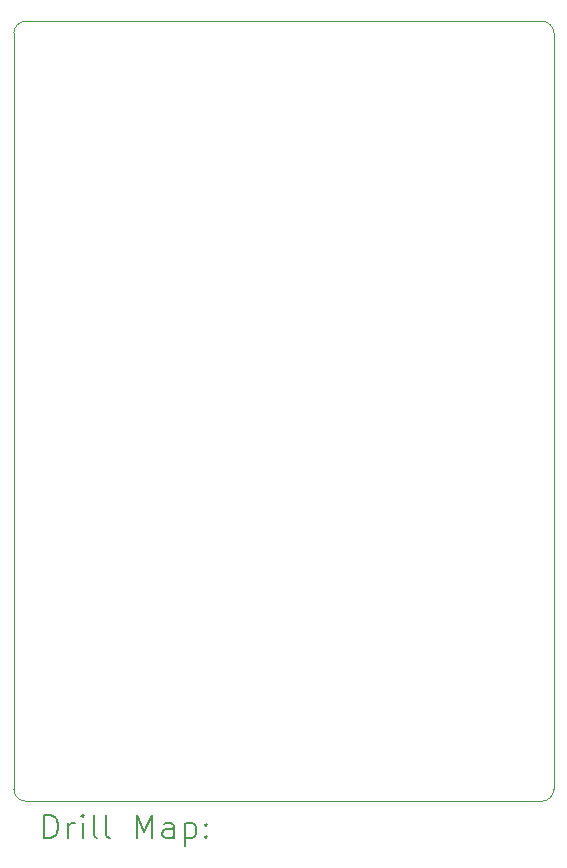
<source format=gbr>
%TF.GenerationSoftware,KiCad,Pcbnew,8.0.1*%
%TF.CreationDate,2024-04-14T04:03:28+09:00*%
%TF.ProjectId,BM83_Breakout,424d3833-5f42-4726-9561-6b6f75742e6b,rev?*%
%TF.SameCoordinates,Original*%
%TF.FileFunction,Drillmap*%
%TF.FilePolarity,Positive*%
%FSLAX45Y45*%
G04 Gerber Fmt 4.5, Leading zero omitted, Abs format (unit mm)*
G04 Created by KiCad (PCBNEW 8.0.1) date 2024-04-14 04:03:28*
%MOMM*%
%LPD*%
G01*
G04 APERTURE LIST*
%ADD10C,0.050000*%
%ADD11C,0.200000*%
G04 APERTURE END LIST*
D10*
X6858000Y-12598400D02*
X6858000Y-6197600D01*
X11328400Y-6096000D02*
G75*
G02*
X11430000Y-6197600I0J-101600D01*
G01*
X6959600Y-6096000D02*
X11328400Y-6096000D01*
X11430000Y-12598400D02*
G75*
G02*
X11328400Y-12700000I-101600J0D01*
G01*
X11328400Y-12700000D02*
X6959600Y-12700000D01*
X6959600Y-12700000D02*
G75*
G02*
X6858000Y-12598400I0J101600D01*
G01*
X11430000Y-6197600D02*
X11430000Y-12598400D01*
X6858000Y-6197600D02*
G75*
G02*
X6959600Y-6096000I101600J0D01*
G01*
D11*
X7116277Y-13013984D02*
X7116277Y-12813984D01*
X7116277Y-12813984D02*
X7163896Y-12813984D01*
X7163896Y-12813984D02*
X7192467Y-12823508D01*
X7192467Y-12823508D02*
X7211515Y-12842555D01*
X7211515Y-12842555D02*
X7221039Y-12861603D01*
X7221039Y-12861603D02*
X7230562Y-12899698D01*
X7230562Y-12899698D02*
X7230562Y-12928269D01*
X7230562Y-12928269D02*
X7221039Y-12966365D01*
X7221039Y-12966365D02*
X7211515Y-12985412D01*
X7211515Y-12985412D02*
X7192467Y-13004460D01*
X7192467Y-13004460D02*
X7163896Y-13013984D01*
X7163896Y-13013984D02*
X7116277Y-13013984D01*
X7316277Y-13013984D02*
X7316277Y-12880650D01*
X7316277Y-12918746D02*
X7325801Y-12899698D01*
X7325801Y-12899698D02*
X7335324Y-12890174D01*
X7335324Y-12890174D02*
X7354372Y-12880650D01*
X7354372Y-12880650D02*
X7373420Y-12880650D01*
X7440086Y-13013984D02*
X7440086Y-12880650D01*
X7440086Y-12813984D02*
X7430562Y-12823508D01*
X7430562Y-12823508D02*
X7440086Y-12833031D01*
X7440086Y-12833031D02*
X7449610Y-12823508D01*
X7449610Y-12823508D02*
X7440086Y-12813984D01*
X7440086Y-12813984D02*
X7440086Y-12833031D01*
X7563896Y-13013984D02*
X7544848Y-13004460D01*
X7544848Y-13004460D02*
X7535324Y-12985412D01*
X7535324Y-12985412D02*
X7535324Y-12813984D01*
X7668658Y-13013984D02*
X7649610Y-13004460D01*
X7649610Y-13004460D02*
X7640086Y-12985412D01*
X7640086Y-12985412D02*
X7640086Y-12813984D01*
X7897229Y-13013984D02*
X7897229Y-12813984D01*
X7897229Y-12813984D02*
X7963896Y-12956841D01*
X7963896Y-12956841D02*
X8030562Y-12813984D01*
X8030562Y-12813984D02*
X8030562Y-13013984D01*
X8211515Y-13013984D02*
X8211515Y-12909222D01*
X8211515Y-12909222D02*
X8201991Y-12890174D01*
X8201991Y-12890174D02*
X8182943Y-12880650D01*
X8182943Y-12880650D02*
X8144848Y-12880650D01*
X8144848Y-12880650D02*
X8125801Y-12890174D01*
X8211515Y-13004460D02*
X8192467Y-13013984D01*
X8192467Y-13013984D02*
X8144848Y-13013984D01*
X8144848Y-13013984D02*
X8125801Y-13004460D01*
X8125801Y-13004460D02*
X8116277Y-12985412D01*
X8116277Y-12985412D02*
X8116277Y-12966365D01*
X8116277Y-12966365D02*
X8125801Y-12947317D01*
X8125801Y-12947317D02*
X8144848Y-12937793D01*
X8144848Y-12937793D02*
X8192467Y-12937793D01*
X8192467Y-12937793D02*
X8211515Y-12928269D01*
X8306753Y-12880650D02*
X8306753Y-13080650D01*
X8306753Y-12890174D02*
X8325801Y-12880650D01*
X8325801Y-12880650D02*
X8363896Y-12880650D01*
X8363896Y-12880650D02*
X8382943Y-12890174D01*
X8382943Y-12890174D02*
X8392467Y-12899698D01*
X8392467Y-12899698D02*
X8401991Y-12918746D01*
X8401991Y-12918746D02*
X8401991Y-12975888D01*
X8401991Y-12975888D02*
X8392467Y-12994936D01*
X8392467Y-12994936D02*
X8382943Y-13004460D01*
X8382943Y-13004460D02*
X8363896Y-13013984D01*
X8363896Y-13013984D02*
X8325801Y-13013984D01*
X8325801Y-13013984D02*
X8306753Y-13004460D01*
X8487705Y-12994936D02*
X8497229Y-13004460D01*
X8497229Y-13004460D02*
X8487705Y-13013984D01*
X8487705Y-13013984D02*
X8478182Y-13004460D01*
X8478182Y-13004460D02*
X8487705Y-12994936D01*
X8487705Y-12994936D02*
X8487705Y-13013984D01*
X8487705Y-12890174D02*
X8497229Y-12899698D01*
X8497229Y-12899698D02*
X8487705Y-12909222D01*
X8487705Y-12909222D02*
X8478182Y-12899698D01*
X8478182Y-12899698D02*
X8487705Y-12890174D01*
X8487705Y-12890174D02*
X8487705Y-12909222D01*
M02*

</source>
